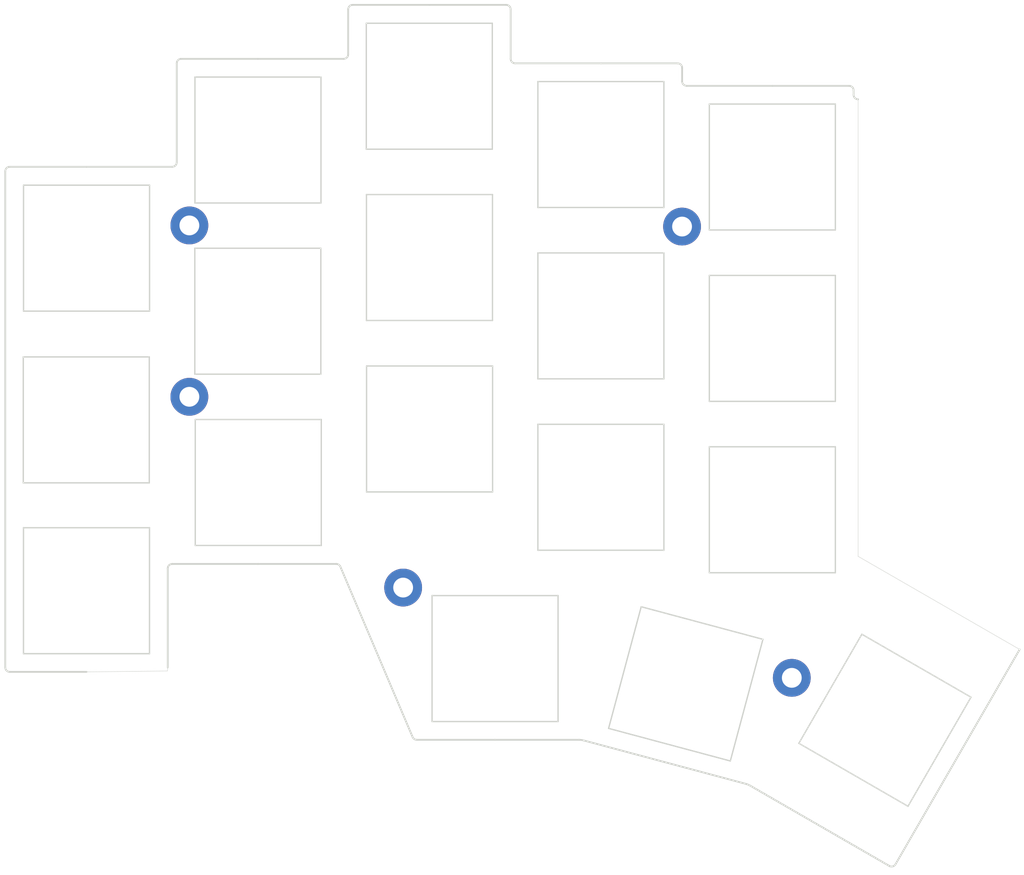
<source format=kicad_pcb>
(kicad_pcb (version 20211014) (generator pcbnew)
  (layers (0 "F.Cu" signal) (31 "B.Cu" signal) (34 "B.Paste" user) (35 "F.Paste" user) (36 "B.SilkS" user "B.Silkscreen") (37 "F.SilkS" user "F.Silkscreen") (38 "B.Mask" user) (39 "F.Mask" user) (44 "Edge.Cuts" user))
  (net 0 "")
  (footprint "" (layer "F.Cu") (at 169.732451 114.241523)
    (fp_text reference "" (at 0 0) (layer "F.SilkS") (effects (font (size 1.27 1.27))))
    (fp_text value "" (at 0 0) (layer "F.SilkS") (effects (font (size 1.27 1.27))))
    (pad "" thru_hole circle locked (at 0 0) (size 4.2 4.2) (drill 2.2) (layers F&B.Cu *.Mask))
  )
  (footprint "jmnw:MX_cutout" (layer "F.Cu") (at 148.523451 54.955523)
    (fp_text reference "SW13" hide)
    (fp_text value "MX" hide)
    (fp_line (start 7 7) (end 7 -7) (layer "Edge.Cuts") (width 0.15))
    (fp_line (start -7 7) (end 7 7) (layer "Edge.Cuts") (width 0.15))
    (fp_line (start -7 7) (end -7 -7) (layer "Edge.Cuts") (width 0.15))
    (fp_line (start -7 -7) (end 7 -7) (layer "Edge.Cuts") (width 0.15))
  )
  (footprint "jmnw:MX_cutout" (layer "F.Cu") (at 167.573451 95.555523)
    (fp_text reference "SW13" hide)
    (fp_text value "MX" hide)
    (fp_line (start 7 7) (end 7 -7) (layer "Edge.Cuts") (width 0.15))
    (fp_line (start -7 7) (end 7 7) (layer "Edge.Cuts") (width 0.15))
    (fp_line (start -7 7) (end -7 -7) (layer "Edge.Cuts") (width 0.15))
    (fp_line (start -7 -7) (end 7 -7) (layer "Edge.Cuts") (width 0.15))
  )
  (footprint "jmnw:MX_cutout" (layer "F.Cu") (at 110.458451 92.525523)
    (fp_text reference "SW13" hide)
    (fp_text value "MX" hide)
    (fp_line (start 7 7) (end 7 -7) (layer "Edge.Cuts") (width 0.15))
    (fp_line (start -7 7) (end 7 7) (layer "Edge.Cuts") (width 0.15))
    (fp_line (start -7 7) (end -7 -7) (layer "Edge.Cuts") (width 0.15))
    (fp_line (start -7 -7) (end 7 -7) (layer "Edge.Cuts") (width 0.15))
  )
  (footprint "jmnw:MX_cutout" (layer "F.Cu") (at 167.573451 76.505523)
    (fp_text reference "SW13" hide)
    (fp_text value "MX" hide)
    (fp_line (start 7 7) (end 7 -7) (layer "Edge.Cuts") (width 0.15))
    (fp_line (start -7 7) (end 7 7) (layer "Edge.Cuts") (width 0.15))
    (fp_line (start -7 7) (end -7 -7) (layer "Edge.Cuts") (width 0.15))
    (fp_line (start -7 -7) (end 7 -7) (layer "Edge.Cuts") (width 0.15))
  )
  (footprint "jmnw:MX_cutout" (layer "F.Cu") (at 91.373451 104.555523)
    (fp_text reference "SW13" hide)
    (fp_text value "MX" hide)
    (fp_line (start 7 7) (end 7 -7) (layer "Edge.Cuts") (width 0.15))
    (fp_line (start -7 7) (end 7 7) (layer "Edge.Cuts") (width 0.15))
    (fp_line (start -7 7) (end -7 -7) (layer "Edge.Cuts") (width 0.15))
    (fp_line (start -7 -7) (end 7 -7) (layer "Edge.Cuts") (width 0.15))
  )
  (footprint "" (layer "F.Cu") (at 102.803451 82.999523)
    (fp_text reference "" (at 0 0) (layer "F.SilkS") (effects (font (size 1.27 1.27))))
    (fp_text value "" (at 0 0) (layer "F.SilkS") (effects (font (size 1.27 1.27))))
    (pad "" thru_hole circle locked (at 0 0) (size 4.2 4.2) (drill 2.2) (layers F&B.Cu *.Mask))
  )
  (footprint "Keyswitches by Daprice:Kailh_socket_MX_reversible_sameside" (layer "F.Cu") (at 136.759451 112.105523)
    (fp_text reference "SW14" hide)
    (fp_text value "SW_Push" hide)
    (fp_line (start -6.995 6.995) (end 7.005 6.995) (layer "Edge.Cuts") (width 0.15))
    (fp_line (start -6.995 6.995) (end -6.995 -7.005) (layer "Edge.Cuts") (width 0.15))
    (fp_line (start -6.995 -7.005) (end 7.005 -7.005) (layer "Edge.Cuts") (width 0.15))
    (fp_line (start 7.005 6.995) (end 7.005 -7.005) (layer "Edge.Cuts") (width 0.15))
  )
  (footprint "" (layer "F.Cu") (at 126.552451 104.208523)
    (fp_text reference "" (at 0 0) (layer "F.SilkS") (effects (font (size 1.27 1.27))))
    (fp_text value "" (at 0 0) (layer "F.SilkS") (effects (font (size 1.27 1.27))))
    (pad "" thru_hole circle locked (at 0 0) (size 4.2 4.2) (drill 2.2) (layers F&B.Cu *.Mask))
  )
  (footprint "jmnw:MX_cutout" (layer "F.Cu") (at 167.573451 57.455523)
    (fp_text reference "SW13" hide)
    (fp_text value "MX" hide)
    (fp_line (start 7 7) (end 7 -7) (layer "Edge.Cuts") (width 0.15))
    (fp_line (start -7 7) (end 7 7) (layer "Edge.Cuts") (width 0.15))
    (fp_line (start -7 7) (end -7 -7) (layer "Edge.Cuts") (width 0.15))
    (fp_line (start -7 -7) (end 7 -7) (layer "Edge.Cuts") (width 0.15))
  )
  (footprint "" (layer "F.Cu") (at 102.803451 63.949523)
    (fp_text reference "" (at 0 0) (layer "F.SilkS") (effects (font (size 1.27 1.27))))
    (fp_text value "" (at 0 0) (layer "F.SilkS") (effects (font (size 1.27 1.27))))
    (pad "" thru_hole circle locked (at 0 0) (size 4.2 4.2) (drill 2.2) (layers F&B.Cu *.Mask))
  )
  (footprint "Keyswitches by Daprice:Kailh_socket_MX_reversible_sameside" (layer "F.Cu") (at 157.957522 114.90777 -15)
    (fp_text reference "SW21" hide)
    (fp_text value "SW_Push" hide)
    (fp_line (start 6.995 7.005) (end 6.995 -6.995) (layer "Edge.Cuts") (width 0.15))
    (fp_line (start -7.005 7.005) (end 6.995 7.005) (layer "Edge.Cuts") (width 0.15))
    (fp_line (start -7.005 7.005) (end -7.005 -6.995) (layer "Edge.Cuts") (width 0.15))
    (fp_line (start -7.005 -6.995) (end 6.995 -6.995) (layer "Edge.Cuts") (width 0.15))
  )
  (footprint "jmnw:MX_cutout" (layer "F.Cu") (at 129.458451 48.475523)
    (fp_text reference "SW13" hide)
    (fp_text value "MX" hide)
    (fp_line (start 7 7) (end 7 -7) (layer "Edge.Cuts") (width 0.15))
    (fp_line (start -7 7) (end 7 7) (layer "Edge.Cuts") (width 0.15))
    (fp_line (start -7 7) (end -7 -7) (layer "Edge.Cuts") (width 0.15))
    (fp_line (start -7 -7) (end 7 -7) (layer "Edge.Cuts") (width 0.15))
  )
  (footprint "kbd:CherryMX_MidHeight_Hotswap_1.5u" (layer "F.Cu") (at 180.077451 118.950523 60)
    (fp_text reference "SW18" hide)
    (fp_text value "SW_PUSH" hide)
    (fp_line (start 6.995 7.005) (end 6.995 -6.995) (layer "Edge.Cuts") (width 0.15))
    (fp_line (start -7.005 7.005) (end 6.995 7.005) (layer "Edge.Cuts") (width 0.15))
    (fp_line (start -7.005 7.005) (end -7.005 -6.995) (layer "Edge.Cuts") (width 0.15))
    (fp_line (start -7.005 -6.995) (end 6.995 -6.995) (layer "Edge.Cuts") (width 0.15))
  )
  (footprint "jmnw:MX_cutout" (layer "F.Cu") (at 110.423451 54.455523)
    (fp_text reference "SW13" hide)
    (fp_text value "MX" hide)
    (fp_line (start 7 7) (end 7 -7) (layer "Edge.Cuts") (width 0.15))
    (fp_line (start -7 7) (end 7 7) (layer "Edge.Cuts") (width 0.15))
    (fp_line (start -7 7) (end -7 -7) (layer "Edge.Cuts") (width 0.15))
    (fp_line (start -7 -7) (end 7 -7) (layer "Edge.Cuts") (width 0.15))
  )
  (footprint "jmnw:MX_cutout" (layer "F.Cu") (at 91.378451 66.475523)
    (fp_text reference "SW13" hide)
    (fp_text value "MX" hide)
    (fp_line (start 7 7) (end 7 -7) (layer "Edge.Cuts") (width 0.15))
    (fp_line (start -7 7) (end 7 7) (layer "Edge.Cuts") (width 0.15))
    (fp_line (start -7 7) (end -7 -7) (layer "Edge.Cuts") (width 0.15))
    (fp_line (start -7 -7) (end 7 -7) (layer "Edge.Cuts") (width 0.15))
  )
  (footprint "" (layer "F.Cu") (at 157.540451 64.076523)
    (fp_text reference "" (at 0 0) (layer "F.SilkS") (effects (font (size 1.27 1.27))))
    (fp_text value "" (at 0 0) (layer "F.SilkS") (effects (font (size 1.27 1.27))))
    (pad "" thru_hole circle locked (at 0 0) (size 4.2 4.2) (drill 2.2) (layers F&B.Cu *.Mask))
  )
  (footprint "jmnw:MX_cutout" (layer "F.Cu") (at 129.478451 67.515523)
    (fp_text reference "SW13" hide)
    (fp_text value "MX" hide)
    (fp_line (start 7 7) (end 7 -7) (layer "Edge.Cuts") (width 0.15))
    (fp_line (start -7 7) (end 7 7) (layer "Edge.Cuts") (width 0.15))
    (fp_line (start -7 7) (end -7 -7) (layer "Edge.Cuts") (width 0.15))
    (fp_line (start -7 -7) (end 7 -7) (layer "Edge.Cuts") (width 0.15))
  )
  (footprint "jmnw:MX_cutout" (layer "F.Cu") (at 148.523451 74.005523)
    (fp_text reference "SW13" hide)
    (fp_text value "MX" hide)
    (fp_line (start 7 7) (end 7 -7) (layer "Edge.Cuts") (width 0.15))
    (fp_line (start -7 7) (end 7 7) (layer "Edge.Cuts") (width 0.15))
    (fp_line (start -7 7) (end -7 -7) (layer "Edge.Cuts") (width 0.15))
    (fp_line (start -7 -7) (end 7 -7) (layer "Edge.Cuts") (width 0.15))
  )
  (footprint "jmnw:MX_cutout" (layer "F.Cu") (at 129.488451 86.575523)
    (fp_text reference "SW13" hide)
    (fp_text value "MX" hide)
    (fp_line (start 7 7) (end 7 -7) (layer "Edge.Cuts") (width 0.15))
    (fp_line (start -7 7) (end 7 7) (layer "Edge.Cuts") (width 0.15))
    (fp_line (start -7 7) (end -7 -7) (layer "Edge.Cuts") (width 0.15))
    (fp_line (start -7 -7) (end 7 -7) (layer "Edge.Cuts") (width 0.15))
  )
  (footprint "jmnw:MX_cutout" (layer "F.Cu") (at 110.408451 73.485523)
    (fp_text reference "SW13" hide)
    (fp_text value "MX" hide)
    (fp_line (start 7 7) (end 7 -7) (layer "Edge.Cuts") (width 0.15))
    (fp_line (start -7 7) (end 7 7) (layer "Edge.Cuts") (width 0.15))
    (fp_line (start -7 7) (end -7 -7) (layer "Edge.Cuts") (width 0.15))
    (fp_line (start -7 -7) (end 7 -7) (layer "Edge.Cuts") (width 0.15))
  )
  (footprint "jmnw:MX_cutout" (layer "F.Cu") (at 91.348451 85.565523)
    (fp_text reference "SW13" hide)
    (fp_text value "MX" hide)
    (fp_line (start 7 7) (end 7 -7) (layer "Edge.Cuts") (width 0.15))
    (fp_line (start -7 7) (end 7 7) (layer "Edge.Cuts") (width 0.15))
    (fp_line (start -7 7) (end -7 -7) (layer "Edge.Cuts") (width 0.15))
    (fp_line (start -7 -7) (end 7 -7) (layer "Edge.Cuts") (width 0.15))
  )
  (footprint "jmnw:MX_cutout" (layer "B.Cu") (at 148.523451 93.055523 180)
    (fp_text reference "SW13" hide)
    (fp_text value "MX" hide)
    (fp_line (start 7 -7) (end 7 7) (layer "Edge.Cuts") (width 0.15))
    (fp_line (start -7 -7) (end 7 -7) (layer "Edge.Cuts") (width 0.15))
    (fp_line (start -7 -7) (end -7 7) (layer "Edge.Cuts") (width 0.15))
    (fp_line (start -7 7) (end 7 7) (layer "Edge.Cuts") (width 0.15))
  )
  (gr_line (start 148.523451 45.930523) (end 157.048451 45.930523) (layer "Edge.Cuts") (width 0.2))
  (gr_line (start 176.598451 48.930523) (end 176.598451 49.430523) (layer "Edge.Cuts") (width 0.2))
  (gr_arc (start 82.348451 57.930523) (mid 82.494896 57.576968) (end 82.848451 57.430523) (layer "Edge.Cuts") (width 0.2))
  (gr_line (start 138.498451 39.930523) (end 138.498451 45.430523) (layer "Edge.Cuts") (width 0.2))
  (gr_line (start 127.605123 120.825637) (end 119.577671 101.885408) (layer "Edge.Cuts") (width 0.2))
  (gr_line (start 138.998451 45.930523) (end 148.523451 45.930523) (layer "Edge.Cuts") (width 0.2))
  (gr_line (start 91.373451 113.580523) (end 100.367 113.481) (layer "Edge.Cuts") (width 0.05))
  (gr_line (start 177.098451 100.735523) (end 177.098501 49.930523) (layer "Edge.Cuts") (width 0.05))
  (gr_line (start 110.423451 101.580522) (end 100.898451 101.580522) (layer "Edge.Cuts") (width 0.2))
  (gr_line (start 158.048451 48.430523) (end 167.573451 48.430523) (layer "Edge.Cuts") (width 0.2))
  (gr_line (start 91.373451 113.580523) (end 82.848451 113.580523) (layer "Edge.Cuts") (width 0.2))
  (gr_arc (start 100.398452 102.080523) (mid 100.544897 101.726968) (end 100.898451 101.580522) (layer "Edge.Cuts") (width 0.2))
  (gr_line (start 180.566987 135.153013) (end 165.10625 126.226752) (layer "Edge.Cuts") (width 0.2))
  (gr_arc (start 177.098501 49.930523) (mid 176.744944 49.784065) (end 176.598451 49.430523) (layer "Edge.Cuts") (width 0.2))
  (gr_arc (start 146.086863 121.130523) (mid 146.347916 121.147627) (end 146.604501 121.198671) (layer "Edge.Cuts") (width 0.2))
  (gr_arc (start 137.998451 39.430523) (mid 138.351975 39.576999) (end 138.498451 39.930523) (layer "Edge.Cuts") (width 0.2))
  (gr_line (start 119.117312 101.580522) (end 110.423451 101.580522) (layer "Edge.Cuts") (width 0.2))
  (gr_line (start 129.473451 39.430523) (end 137.998451 39.430523) (layer "Edge.Cuts") (width 0.2))
  (gr_line (start 101.398451 56.930523) (end 101.398451 45.930523) (layer "Edge.Cuts") (width 0.2))
  (gr_arc (start 176.098451 48.430523) (mid 176.451975 48.576999) (end 176.598451 48.930523) (layer "Edge.Cuts") (width 0.2))
  (gr_line (start 164.623888 126.026951) (end 155.614195 123.612811) (layer "Edge.Cuts") (width 0.2))
  (gr_arc (start 120.448451 39.930523) (mid 120.594896 39.576968) (end 120.948451 39.430523) (layer "Edge.Cuts") (width 0.2))
  (gr_arc (start 101.398451 45.930523) (mid 101.544896 45.576968) (end 101.898451 45.430523) (layer "Edge.Cuts") (width 0.2))
  (gr_arc (start 120.448452 44.930523) (mid 120.302004 45.284075) (end 119.948452 45.430523) (layer "Edge.Cuts") (width 0.2))
  (gr_line (start 157.548451 46.430523) (end 157.548451 47.930523) (layer "Edge.Cuts") (width 0.2))
  (gr_line (start 146.086863 121.130523) (end 136.759342 121.130523) (layer "Edge.Cuts") (width 0.2))
  (gr_line (start 100.367 113.481) (end 100.398452 113.080523) (layer "Edge.Cuts") (width 0.05))
  (gr_arc (start 119.117311 101.580523) (mid 119.393405 101.663638) (end 119.577671 101.885408) (layer "Edge.Cuts") (width 0.2))
  (gr_line (start 195.048451 111.085523) (end 181.25 134.97) (layer "Edge.Cuts") (width 0.2))
  (gr_line (start 195.048451 111.085523) (end 177.098451 100.735523) (layer "Edge.Cuts") (width 0.05))
  (gr_line (start 82.848451 57.430523) (end 91.373451 57.430523) (layer "Edge.Cuts") (width 0.2))
  (gr_line (start 167.573451 48.430523) (end 176.098451 48.430523) (layer "Edge.Cuts") (width 0.2))
  (gr_line (start 155.614195 123.612811) (end 146.604501 121.198671) (layer "Edge.Cuts") (width 0.2))
  (gr_line (start 136.759342 121.130523) (end 128.065482 121.130523) (layer "Edge.Cuts") (width 0.2))
  (gr_arc (start 82.848451 113.580523) (mid 82.494927 113.434047) (end 82.348451 113.080523) (layer "Edge.Cuts") (width 0.2))
  (gr_arc (start 181.25 134.97) (mid 180.946393 135.202948) (end 180.566987 135.153013) (layer "Edge.Cuts") (width 0.2))
  (gr_line (start 120.948451 39.430523) (end 129.473451 39.430523) (layer "Edge.Cuts") (width 0.2))
  (gr_line (start 101.898451 45.430523) (end 110.423451 45.430523) (layer "Edge.Cuts") (width 0.2))
  (gr_arc (start 101.39845 56.930524) (mid 101.252002 57.284075) (end 100.898451 57.430523) (layer "Edge.Cuts") (width 0.2))
  (gr_line (start 100.398452 102.080522) (end 100.398452 113.080523) (layer "Edge.Cuts") (width 0.2))
  (gr_line (start 110.423451 45.430523) (end 119.948452 45.430523) (layer "Edge.Cuts") (width 0.2))
  (gr_line (start 120.448451 44.930523) (end 120.448451 39.930523) (layer "Edge.Cuts") (width 0.2))
  (gr_line (start 91.373451 57.430523) (end 100.898451 57.430523) (layer "Edge.Cuts") (width 0.2))
  (gr_arc (start 138.99845 45.930522) (mid 138.644868 45.784105) (end 138.498451 45.430523) (layer "Edge.Cuts") (width 0.2))
  (gr_arc (start 157.048451 45.930523) (mid 157.401975 46.076999) (end 157.548451 46.430523) (layer "Edge.Cuts") (width 0.2))
  (gr_arc (start 164.623888 126.026951) (mid 164.871614 126.11105) (end 165.10625 126.226752) (layer "Edge.Cuts") (width 0.2))
  (gr_arc (start 128.065482 121.130523) (mid 127.789411 121.047373) (end 127.605123 120.825637) (layer "Edge.Cuts") (width 0.2))
  (gr_line (start 82.348451 113.080523) (end 82.348451 57.930524) (layer "Edge.Cuts") (width 0.2))
  (gr_arc (start 158.048451 48.430523) (mid 157.694927 48.284047) (end 157.548451 47.930523) (layer "Edge.Cuts") (width 0.2))
)
</source>
